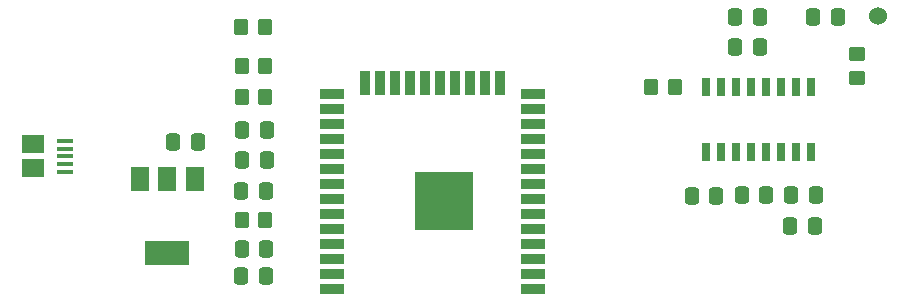
<source format=gtp>
%TF.GenerationSoftware,KiCad,Pcbnew,(6.0.7)*%
%TF.CreationDate,2022-10-01T10:05:14-06:00*%
%TF.ProjectId,attiny_rfid_light,61747469-6e79-45f7-9266-69645f6c6967,rev?*%
%TF.SameCoordinates,Original*%
%TF.FileFunction,Paste,Top*%
%TF.FilePolarity,Positive*%
%FSLAX46Y46*%
G04 Gerber Fmt 4.6, Leading zero omitted, Abs format (unit mm)*
G04 Created by KiCad (PCBNEW (6.0.7)) date 2022-10-01 10:05:14*
%MOMM*%
%LPD*%
G01*
G04 APERTURE LIST*
G04 Aperture macros list*
%AMRoundRect*
0 Rectangle with rounded corners*
0 $1 Rounding radius*
0 $2 $3 $4 $5 $6 $7 $8 $9 X,Y pos of 4 corners*
0 Add a 4 corners polygon primitive as box body*
4,1,4,$2,$3,$4,$5,$6,$7,$8,$9,$2,$3,0*
0 Add four circle primitives for the rounded corners*
1,1,$1+$1,$2,$3*
1,1,$1+$1,$4,$5*
1,1,$1+$1,$6,$7*
1,1,$1+$1,$8,$9*
0 Add four rect primitives between the rounded corners*
20,1,$1+$1,$2,$3,$4,$5,0*
20,1,$1+$1,$4,$5,$6,$7,0*
20,1,$1+$1,$6,$7,$8,$9,0*
20,1,$1+$1,$8,$9,$2,$3,0*%
G04 Aperture macros list end*
%ADD10R,1.500000X2.000000*%
%ADD11R,3.800000X2.000000*%
%ADD12R,2.000000X0.900000*%
%ADD13R,0.900000X2.000000*%
%ADD14R,5.000000X5.000000*%
%ADD15RoundRect,0.250000X0.450000X-0.350000X0.450000X0.350000X-0.450000X0.350000X-0.450000X-0.350000X0*%
%ADD16RoundRect,0.250000X-0.350000X-0.450000X0.350000X-0.450000X0.350000X0.450000X-0.350000X0.450000X0*%
%ADD17C,1.524000*%
%ADD18R,1.350000X0.400000*%
%ADD19R,1.900000X1.500000*%
%ADD20R,0.650000X1.550000*%
%ADD21RoundRect,0.250000X0.337500X0.475000X-0.337500X0.475000X-0.337500X-0.475000X0.337500X-0.475000X0*%
%ADD22RoundRect,0.250000X-0.337500X-0.475000X0.337500X-0.475000X0.337500X0.475000X-0.337500X0.475000X0*%
G04 APERTURE END LIST*
D10*
X76440000Y-144170000D03*
X78740000Y-144170000D03*
D11*
X78740000Y-150470000D03*
D10*
X81040000Y-144170000D03*
D12*
X109688200Y-153519800D03*
X109688200Y-152249800D03*
X109688200Y-150979800D03*
X109688200Y-149709800D03*
X109688200Y-148439800D03*
X109688200Y-147169800D03*
X109688200Y-145899800D03*
X109688200Y-144629800D03*
X109688200Y-143359800D03*
X109688200Y-142089800D03*
X109688200Y-140819800D03*
X109688200Y-139549800D03*
X109688200Y-138279800D03*
X109688200Y-137009800D03*
D13*
X106903200Y-136009800D03*
X105633200Y-136009800D03*
X104363200Y-136009800D03*
X103093200Y-136009800D03*
X101823200Y-136009800D03*
X100553200Y-136009800D03*
X99283200Y-136009800D03*
X98013200Y-136009800D03*
X96743200Y-136009800D03*
X95473200Y-136009800D03*
D12*
X92688200Y-137009800D03*
X92688200Y-138279800D03*
X92688200Y-139549800D03*
X92688200Y-140819800D03*
X92688200Y-142089800D03*
X92688200Y-143359800D03*
X92688200Y-144629800D03*
X92688200Y-145899800D03*
X92688200Y-147169800D03*
X92688200Y-148439800D03*
X92688200Y-149709800D03*
X92688200Y-150979800D03*
X92688200Y-152249800D03*
X92688200Y-153519800D03*
D14*
X102188200Y-146019800D03*
D15*
X137160000Y-135620000D03*
X137160000Y-133620000D03*
D16*
X84996600Y-131266900D03*
X86996600Y-131266900D03*
X119696000Y-136403700D03*
X121696000Y-136403700D03*
X85009400Y-134594800D03*
X87009400Y-134594800D03*
X85009400Y-137252500D03*
X87009400Y-137252500D03*
X85007100Y-147633200D03*
X87007100Y-147633200D03*
D17*
X138914696Y-130386600D03*
D18*
X70042500Y-140940000D03*
X70042500Y-141590000D03*
X70042500Y-142240000D03*
X70042500Y-142890000D03*
X70042500Y-143540000D03*
D19*
X67342500Y-141240000D03*
X67342500Y-143240000D03*
D20*
X133183500Y-136397000D03*
X131913500Y-136397000D03*
X130643500Y-136397000D03*
X129373500Y-136397000D03*
X128103500Y-136397000D03*
X126833500Y-136397000D03*
X125563500Y-136397000D03*
X124293500Y-136397000D03*
X124293500Y-141847000D03*
X125563500Y-141847000D03*
X126833500Y-141847000D03*
X128103500Y-141847000D03*
X129373500Y-141847000D03*
X130643500Y-141847000D03*
X131913500Y-141847000D03*
X133183500Y-141847000D03*
D21*
X133394700Y-130425800D03*
X135469700Y-130425800D03*
D22*
X133526100Y-148116300D03*
X131451100Y-148116300D03*
X126812200Y-132965800D03*
X128887200Y-132965800D03*
X126812200Y-130425800D03*
X128887200Y-130425800D03*
X79224100Y-141027600D03*
X81299100Y-141027600D03*
X87127700Y-142533900D03*
X85052700Y-142533900D03*
X85052700Y-139993900D03*
X87127700Y-139993900D03*
X125213200Y-145597900D03*
X123138200Y-145597900D03*
X131531100Y-145478000D03*
X133606100Y-145478000D03*
X129446800Y-145478000D03*
X127371800Y-145478000D03*
X84984300Y-152410400D03*
X87059300Y-152410400D03*
X85027500Y-150055400D03*
X87102500Y-150055400D03*
X84965900Y-145173400D03*
X87040900Y-145173400D03*
M02*

</source>
